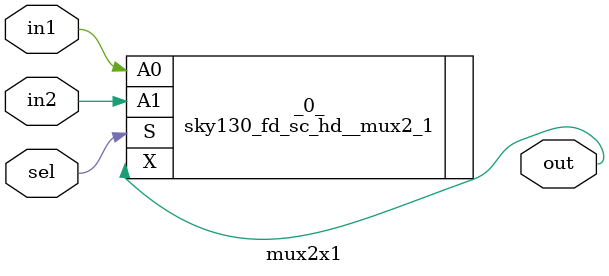
<source format=v>
/* Generated by Yosys 0.33 (git sha1 2584903a060) */

/* top =  1  */
/* src = "mux2x1.v:1.1-7.10" */
module mux2x1(in1, in2, sel, out);
  /* src = "mux2x1.v:1.21-1.24" */
  input in1;
  wire in1;
  /* src = "mux2x1.v:1.26-1.29" */
  input in2;
  wire in2;
  /* src = "mux2x1.v:1.45-1.48" */
  output out;
  wire out;
  /* src = "mux2x1.v:1.32-1.35" */
  input sel;
  wire sel;
  sky130_fd_sc_hd__mux2_1 _0_ (
    .A0(in1),
    .A1(in2),
    .S(sel),
    .X(out)
  );
endmodule

</source>
